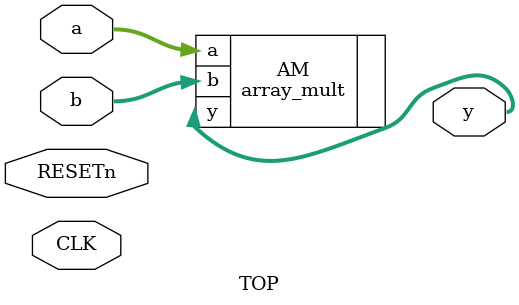
<source format=v>
module TOP (a, b, y, CLK, RESETn);

parameter bw = 4;

input   [bw-1:0]   a, b;   
input              CLK, RESETn;
output  [2*bw-1:0] y;

    //array_mult #(.bw(bw)) AM (.a(a), .b(b), .y(y));
    array_mult AM (.a(a), .b(b), .y(y));
    //pipe_array_mult PAM(.a(a), .b(b), .RESETn(RESETn), .CLK(CLK), .y(y));

endmodule

</source>
